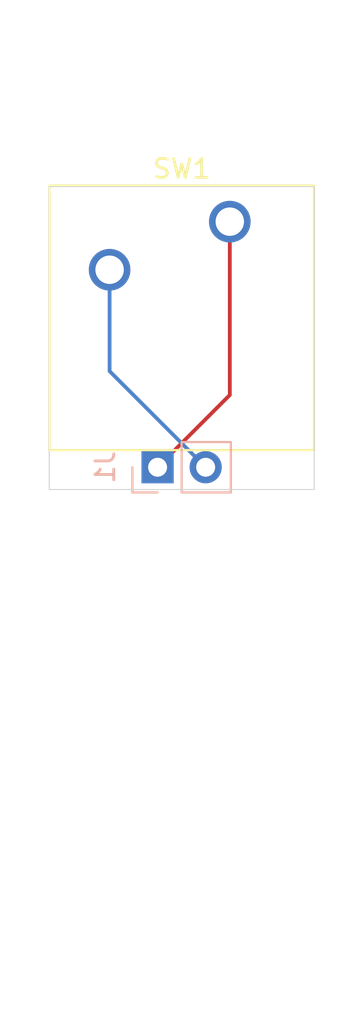
<source format=kicad_pcb>
(kicad_pcb (version 20240108) (generator "pcbnew") (generator_version "8.0")
  (layers (0 "F.Cu" signal) (31 "B.Cu" signal) (34 "B.Paste" user) (35 "F.Paste" user) (36 "B.SilkS" user "B.Silkscreen") (37 "F.SilkS" user "F.Silkscreen") (38 "B.Mask" user) (39 "F.Mask" user) (44 "Edge.Cuts" user))
  (net 0 "")
  (net 1 "Net-(J1-Pin_1)")
  (net 2 "Net-(J1-Pin_2)")
  (footprint "Button_Switch_Keyboard:SW_Cherry_MX_1.00u_PCB" (layer "F.Cu") (at 152.54 77.655)
    (property "Reference" "SW1" (at -2.54 -2.794 0) (layer "F.SilkS"))
    (property "Value" "SW_Push")
    (fp_line (start -9.525 -1.905) (end 4.445 -1.905) (stroke (width 0.12)) (layer "F.SilkS"))
    (fp_line (start -9.525 12.065) (end -9.525 -1.905) (stroke (width 0.12)) (layer "F.SilkS"))
    (fp_line (start 4.445 -1.905) (end 4.445 12.065) (stroke (width 0.12)) (layer "F.SilkS"))
    (fp_line (start 4.445 12.065) (end -9.525 12.065) (stroke (width 0.12)) (layer "F.SilkS"))
    (pad "" np_thru_hole circle (at -7.62 5.08) (size 1.7 1.7) (drill 1.7) (layers "*.Cu" "*.Mask"))
    (pad "" np_thru_hole circle (at -2.54 5.08) (size 4 4) (drill 4) (layers "*.Cu" "*.Mask"))
    (pad "" np_thru_hole circle (at 2.54 5.08) (size 1.7 1.7) (drill 1.7) (layers "*.Cu" "*.Mask"))
    (pad "1" thru_hole circle (at 0 0) (size 2.2 2.2) (drill 1.5) (layers "*.Cu" "*.Mask") (net 2 "Net-(J1-Pin_2)"))
    (pad "2" thru_hole circle (at -6.35 2.54) (size 2.2 2.2) (drill 1.5) (layers "*.Cu" "*.Mask") (net 1 "Net-(J1-Pin_1)"))
  )
  (footprint "Connector_PinSocket_2.54mm:PinSocket_1x02_P2.54mm_Vertical" (layer "B.Cu") (at 148.725 90.625 -90)
    (property "Reference" "J1" (at 0 2.77 -90) (layer "B.SilkS") (effects (justify mirror)))
    (property "Value" "Conn_01x02_Socket")
    (fp_line (start 1.33 1.33) (end 0 1.33) (stroke (width 0.12)) (layer "B.SilkS"))
    (fp_line (start 1.33 0) (end 1.33 1.33) (stroke (width 0.12)) (layer "B.SilkS"))
    (fp_line (start 1.33 -1.27) (end -1.33 -1.27) (stroke (width 0.12)) (layer "B.SilkS"))
    (fp_line (start -1.33 -3.87) (end -1.33 -1.27) (stroke (width 0.12)) (layer "B.SilkS"))
    (fp_line (start 1.33 -3.87) (end 1.33 -1.27) (stroke (width 0.12)) (layer "B.SilkS"))
    (fp_line (start 1.33 -3.87) (end -1.33 -3.87) (stroke (width 0.12)) (layer "B.SilkS"))
    (pad "1" thru_hole rect (at 0 0 270) (size 1.7 1.7) (drill 1) (layers "*.Cu" "*.Mask") (net 1 "Net-(J1-Pin_1)"))
    (pad "2" thru_hole oval (at 0 -2.54 270) (size 1.7 1.7) (drill 1) (layers "*.Cu" "*.Mask") (net 2 "Net-(J1-Pin_2)"))
  )
  (gr_rect (start 143 75.8) (end 157 91.8) (stroke (width 0.05)) (fill none) (layer "Edge.Cuts"))
  (segment (start 152.54 86.81) (end 152.54 77.655) (width 0.2) (layer "F.Cu") (net 1))
  (segment (start 148.725 90.625) (end 152.54 86.81) (width 0.2) (layer "F.Cu") (net 1))
  (segment (start 151.265 90.625) (end 146.19 85.55) (width 0.2) (layer "B.Cu") (net 2))
  (segment (start 146.19 85.55) (end 146.19 80.195) (width 0.2) (layer "B.Cu") (net 2))
)
</source>
